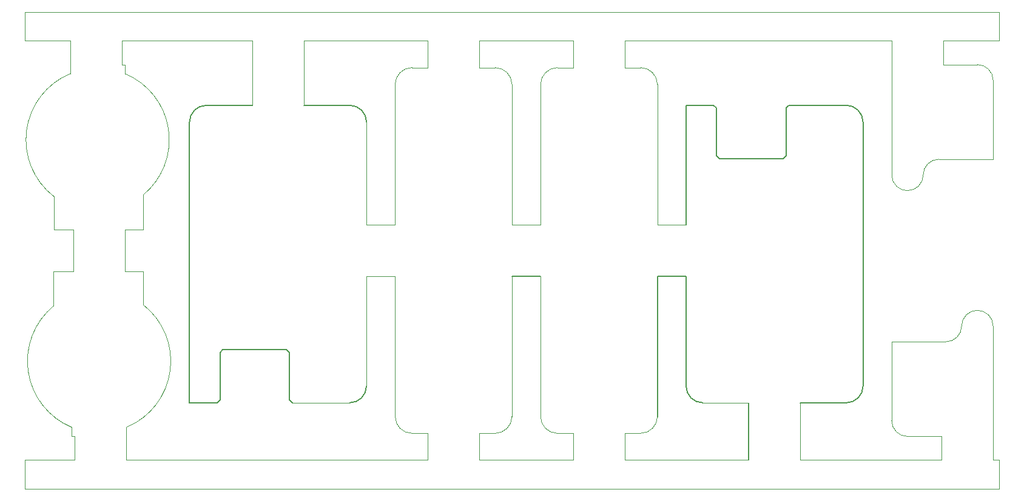
<source format=gbr>
%TF.GenerationSoftware,KiCad,Pcbnew,7.0.5*%
%TF.CreationDate,2024-01-24T21:19:46+08:00*%
%TF.ProjectId,main,6d61696e-2e6b-4696-9361-645f70636258,rev?*%
%TF.SameCoordinates,Original*%
%TF.FileFunction,Profile,NP*%
%FSLAX46Y46*%
G04 Gerber Fmt 4.6, Leading zero omitted, Abs format (unit mm)*
G04 Created by KiCad (PCBNEW 7.0.5) date 2024-01-24 21:19:46*
%MOMM*%
%LPD*%
G01*
G04 APERTURE LIST*
%TA.AperFunction,Profile*%
%ADD10C,0.100000*%
%TD*%
%TA.AperFunction,Profile*%
%ADD11C,0.150000*%
%TD*%
G04 APERTURE END LIST*
D10*
X155009997Y-75319850D02*
X155009997Y-94924851D01*
X125960000Y-42424850D02*
X143260000Y-42424850D01*
X93367210Y-47004812D02*
G75*
G03*
X91050224Y-64149227I3813790J-9244188D01*
G01*
D11*
X179310000Y-51424850D02*
X179310063Y-68119850D01*
X188060000Y-93005149D02*
X188060000Y-101014850D01*
D10*
X125960472Y-51424850D02*
X125960000Y-42424850D01*
X101205790Y-96435188D02*
G75*
G03*
X103522776Y-79290773I-3813790J9244188D01*
G01*
D11*
X193655000Y-51424850D02*
X201660000Y-51424850D01*
D10*
X93582000Y-97705000D02*
X93582000Y-96435000D01*
X132360236Y-93004850D02*
X124355236Y-93004850D01*
X91050064Y-79459257D02*
G75*
G03*
X93578210Y-96435188I6341936J-7731743D01*
G01*
X155010000Y-48514850D02*
X155009997Y-68119850D01*
X143260000Y-46164850D02*
X143260000Y-42424850D01*
X215210000Y-42425000D02*
X215210000Y-45735000D01*
X100571000Y-42425000D02*
X100571000Y-45735000D01*
X100992160Y-68789000D02*
X100992000Y-74651000D01*
X93371000Y-47005000D02*
X93371000Y-45735000D01*
X94002000Y-97705000D02*
X93582000Y-97705000D01*
D11*
X175310299Y-75319850D02*
X175310299Y-94924553D01*
D10*
X87010236Y-42424850D02*
X93371000Y-42425000D01*
D11*
X123555236Y-85554850D02*
X114655236Y-85554850D01*
X193655000Y-51424850D02*
X193255000Y-51824850D01*
X112360236Y-51424836D02*
G75*
G03*
X110010236Y-53774850I64J-2350064D01*
G01*
D10*
X150460000Y-101014850D02*
X163560000Y-101014552D01*
D11*
X114255236Y-92604850D02*
X113855236Y-93004850D01*
D10*
X143260000Y-101014850D02*
X143260000Y-97274851D01*
X134710236Y-68119850D02*
X138710000Y-68119850D01*
X93371000Y-42425000D02*
X93371000Y-45735000D01*
X222166000Y-47935000D02*
G75*
G03*
X219966000Y-45735000I-2200000J0D01*
G01*
D11*
X112360236Y-51424850D02*
X118760000Y-51424850D01*
X110010236Y-93004850D02*
X110010236Y-53774850D01*
D10*
X150460000Y-46164552D02*
X150460000Y-42424850D01*
D11*
X123955236Y-92604850D02*
X123955236Y-85954850D01*
X183155000Y-51424850D02*
X179310000Y-51424850D01*
D10*
X141059997Y-97274851D02*
X143260000Y-97274851D01*
X93792000Y-74651000D02*
X93792160Y-68789000D01*
X100992160Y-68789000D02*
X103522936Y-68789000D01*
X93792160Y-68789000D02*
X91050224Y-68789000D01*
X170760000Y-42424850D02*
X208010000Y-42425000D01*
X215566000Y-84482000D02*
X208010000Y-84482000D01*
X175310296Y-48514552D02*
X175310299Y-68119850D01*
D11*
X159010299Y-75319850D02*
X155009997Y-75319850D01*
D10*
X150460000Y-97274851D02*
X152659997Y-97274851D01*
X87010236Y-101014850D02*
X94002000Y-101015000D01*
X208010000Y-95505000D02*
G75*
G03*
X210210000Y-97705000I2200000J0D01*
G01*
X152659997Y-97274797D02*
G75*
G03*
X155009997Y-94924851I3J2349997D01*
G01*
X134710236Y-53774850D02*
X134710236Y-68119850D01*
X222166000Y-101015000D02*
X223010000Y-101014850D01*
X215566000Y-84482000D02*
G75*
G03*
X217766000Y-82282000I0J2200000D01*
G01*
X101202000Y-101015000D02*
X143260000Y-101014850D01*
X155009950Y-48514850D02*
G75*
G03*
X152660000Y-46164850I-2349950J50D01*
G01*
X170760000Y-46164552D02*
X172960296Y-46164552D01*
X159010299Y-75319850D02*
X159010299Y-94924553D01*
X87010236Y-38424850D02*
X223010000Y-38424850D01*
X101202000Y-96435000D02*
X101202000Y-97705000D01*
X222166000Y-97705000D02*
X222166000Y-82282000D01*
X134710236Y-90654850D02*
X134710236Y-75319850D01*
D11*
X183555000Y-58474850D02*
X183555000Y-51824850D01*
D10*
X214966000Y-101015000D02*
X214966000Y-97705000D01*
X159010347Y-94924553D02*
G75*
G03*
X161360299Y-97274553I2349953J-47D01*
G01*
X214966000Y-97705000D02*
X210210000Y-97705000D01*
D11*
X204009950Y-53774850D02*
G75*
G03*
X201660000Y-51424850I-2349950J50D01*
G01*
D10*
X161360296Y-46164496D02*
G75*
G03*
X159010296Y-48514552I4J-2350004D01*
G01*
X172960299Y-97274499D02*
G75*
G03*
X175310299Y-94924553I1J2349999D01*
G01*
X170760000Y-46164552D02*
X170760000Y-42424850D01*
X163560000Y-46164552D02*
X163560000Y-42424850D01*
X215210000Y-45735000D02*
X219966000Y-45735000D01*
X150460000Y-46164552D02*
X152660000Y-46164850D01*
X222166000Y-101015000D02*
X222166000Y-97705000D01*
X208010000Y-95505000D02*
X208010000Y-84482000D01*
D11*
X123955236Y-92604850D02*
X124355236Y-93004850D01*
D10*
X100571000Y-45735000D02*
X100991000Y-45735000D01*
X208010000Y-45735000D02*
X208010000Y-61158000D01*
X214610000Y-58958000D02*
G75*
G03*
X212410000Y-61158000I0J-2200000D01*
G01*
X223010000Y-101014850D02*
X223010000Y-105014850D01*
X223010000Y-38424850D02*
X223010000Y-42424850D01*
X103522936Y-63980743D02*
X103522936Y-68789000D01*
D11*
X114255236Y-92604850D02*
X114255236Y-85954850D01*
D10*
X138710000Y-68119850D02*
X138710000Y-48514850D01*
X208010000Y-61158000D02*
G75*
G03*
X210210000Y-63358000I2200000J0D01*
G01*
D11*
X123955236Y-85954850D02*
X123555236Y-85554850D01*
D10*
X210210000Y-63358000D02*
G75*
G03*
X212410000Y-61158000I0J2200000D01*
G01*
X87010236Y-38424850D02*
X87010236Y-42424850D01*
D11*
X179310063Y-75319850D02*
X179310000Y-90654850D01*
X204010000Y-53774850D02*
X204010000Y-90654850D01*
D10*
X163560000Y-42424850D02*
X150460000Y-42424850D01*
X100992000Y-74651000D02*
X103522776Y-74651000D01*
D11*
X183955000Y-58874850D02*
X192855000Y-58874850D01*
X192855000Y-58874850D02*
X193255000Y-58474850D01*
D10*
X181660000Y-93004850D02*
X188060000Y-93005149D01*
D11*
X132360236Y-93004836D02*
G75*
G03*
X134710236Y-90654850I64J2349936D01*
G01*
D10*
X134710236Y-75319850D02*
X138710000Y-75319850D01*
X100991000Y-45735000D02*
X100991000Y-47005000D01*
X118760000Y-51424850D02*
X118760000Y-42424850D01*
X222166000Y-82282000D02*
G75*
G03*
X219966000Y-80082000I-2200000J0D01*
G01*
X141060000Y-46164850D02*
X143260000Y-46164850D01*
X91050064Y-79459257D02*
X91050064Y-74651000D01*
D11*
X179310050Y-90654850D02*
G75*
G03*
X181660000Y-93004850I2349950J-50D01*
G01*
D10*
X170760000Y-101014850D02*
X170760000Y-97274851D01*
X94002000Y-101015000D02*
X94002000Y-97705000D01*
D11*
X193255000Y-58474850D02*
X193255000Y-51824850D01*
D10*
X87010236Y-105014850D02*
X223010000Y-105014850D01*
X222166000Y-47935000D02*
X222166000Y-58958000D01*
D11*
X201660000Y-93004900D02*
G75*
G03*
X204010000Y-90654850I0J2350000D01*
G01*
X183155000Y-51424850D02*
X183555000Y-51824850D01*
X110010236Y-93004850D02*
X113855236Y-93004850D01*
D10*
X175310248Y-48514552D02*
G75*
G03*
X172960296Y-46164552I-2349948J52D01*
G01*
X138709949Y-94924851D02*
G75*
G03*
X141059997Y-97274851I2350051J51D01*
G01*
X214610000Y-58958000D02*
X222166000Y-58958000D01*
X100571000Y-42425000D02*
X118760000Y-42424850D01*
X93792000Y-74651000D02*
X91050064Y-74651000D01*
D11*
X179310063Y-75319850D02*
X175310299Y-75319850D01*
X114255236Y-85954850D02*
X114655236Y-85554850D01*
D10*
X141060000Y-46164800D02*
G75*
G03*
X138710000Y-48514850I0J-2350000D01*
G01*
X208010000Y-42425000D02*
X208010000Y-45735000D01*
X159010299Y-68119850D02*
X159010296Y-48514552D01*
X87010236Y-101014850D02*
X87010236Y-105014850D01*
X138709997Y-94924851D02*
X138710000Y-75319850D01*
X155009997Y-68119850D02*
X159010299Y-68119850D01*
X188060000Y-101014850D02*
X170760000Y-101014850D01*
X163560000Y-101014552D02*
X163560000Y-97274553D01*
X91050224Y-64149227D02*
X91050224Y-68789000D01*
X103522776Y-79290773D02*
X103522776Y-74651000D01*
X150460000Y-101014850D02*
X150460000Y-97274851D01*
X163560000Y-46164552D02*
X161360296Y-46164552D01*
D11*
X125960472Y-51424850D02*
X132360236Y-51424850D01*
D10*
X175310299Y-68119850D02*
X179310063Y-68119850D01*
X163560000Y-97274553D02*
X161360299Y-97274553D01*
X103522936Y-63980743D02*
G75*
G03*
X100994790Y-47004812I-6341936J7731743D01*
G01*
X195260000Y-101014850D02*
X214966000Y-101015000D01*
D11*
X134710250Y-53774850D02*
G75*
G03*
X132360236Y-51424850I-2350050J-50D01*
G01*
D10*
X101202000Y-101015000D02*
X101202000Y-97705000D01*
X170760000Y-97274851D02*
X172960299Y-97274553D01*
X219966000Y-80082000D02*
G75*
G03*
X217766000Y-82282000I0J-2200000D01*
G01*
X195260000Y-101014850D02*
X195260000Y-93005149D01*
X215210000Y-42425000D02*
X223010000Y-42424850D01*
D11*
X201660000Y-93004850D02*
X195260000Y-93005149D01*
X183955000Y-58874850D02*
X183555000Y-58474850D01*
M02*

</source>
